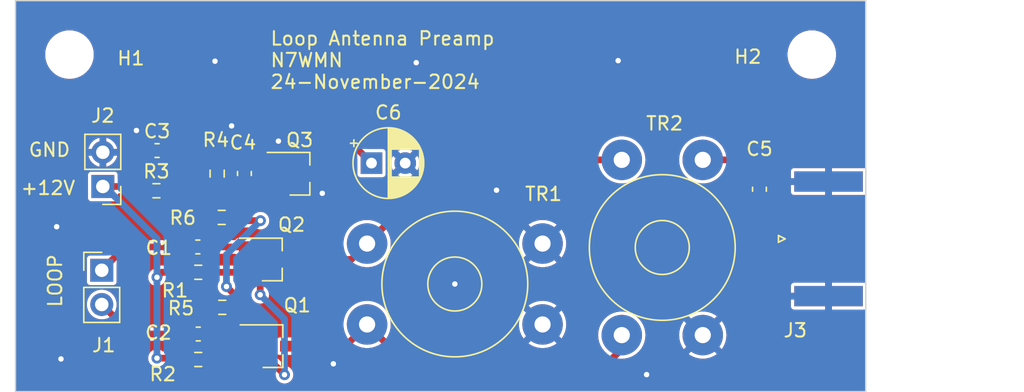
<source format=kicad_pcb>
(kicad_pcb (version 20221018) (generator pcbnew)
  (layers (0 "F.Cu" signal) (31 "B.Cu" signal) (34 "B.Paste" user) (35 "F.Paste" user) (36 "B.SilkS" user "B.Silkscreen") (37 "F.SilkS" user "F.Silkscreen") (38 "B.Mask" user) (39 "F.Mask" user) (44 "Edge.Cuts" user))
  (net 0 "")
  (net 1 "Net-(J1-Pin_1)")
  (net 2 "Net-(Q2-B)")
  (net 3 "Net-(Q1-B)")
  (net 4 "Net-(J1-Pin_2)")
  (net 5 "GND")
  (net 6 "Net-(J2-Pin_1)")
  (net 7 "Net-(Q3-E)")
  (net 8 "Net-(C5-Pad1)")
  (net 9 "Net-(J3-In)")
  (net 10 "Net-(Q1-E)")
  (net 11 "Net-(Q1-C)")
  (net 12 "Net-(Q2-C)")
  (footprint "Connector_PinHeader_2.54mm:PinHeader_1x02_P2.54mm_Vertical" (layer "F.Cu") (at 93.98 125.78)
    (fp_text reference "J1" (at 0.15 5.56) (layer "F.SilkS"))
    (fp_text value "Conn_01x02")
    (fp_line (start -1.33 -1.33) (end 0 -1.33) (stroke (width 0.12)) (layer "F.SilkS"))
    (fp_line (start -1.33 0) (end -1.33 -1.33) (stroke (width 0.12)) (layer "F.SilkS"))
    (fp_line (start -1.33 1.27) (end -1.33 3.87) (stroke (width 0.12)) (layer "F.SilkS"))
    (fp_line (start -1.33 1.27) (end 1.33 1.27) (stroke (width 0.12)) (layer "F.SilkS"))
    (fp_line (start -1.33 3.87) (end 1.33 3.87) (stroke (width 0.12)) (layer "F.SilkS"))
    (fp_line (start 1.33 1.27) (end 1.33 3.87) (stroke (width 0.12)) (layer "F.SilkS"))
    (pad "1" thru_hole rect (at 0 0) (size 1.7 1.7) (drill 1) (layers "*.Cu" "*.Mask") (net 1 "Net-(J1-Pin_1)"))
    (pad "2" thru_hole oval (at 0 2.54) (size 1.7 1.7) (drill 1) (layers "*.Cu" "*.Mask") (net 4 "Net-(J1-Pin_2)"))
  )
  (footprint "Capacitor_SMD:C_0603_1608Metric_Pad1.08x0.95mm_HandSolder" (layer "F.Cu") (at 104.55 118.6 -90)
    (fp_text reference "C4" (at -2.29 0.11 -180) (layer "F.SilkS"))
    (fp_text value "0.1uF")
    (fp_line (start -0.146267 -0.51) (end 0.146267 -0.51) (stroke (width 0.12)) (layer "F.SilkS"))
    (fp_line (start -0.146267 0.51) (end 0.146267 0.51) (stroke (width 0.12)) (layer "F.SilkS"))
    (pad "1" smd roundrect (at -0.8625 0 270) (size 1.075 0.95) (layers "F.Cu" "F.Paste" "F.Mask") (net 5 "GND"))
    (pad "2" smd roundrect (at 0.8625 0 270) (size 1.075 0.95) (layers "F.Cu" "F.Paste" "F.Mask") (net 7 "Net-(Q3-E)"))
  )
  (footprint "Transformer_THT:Transformer_Toroid_Horizontal_D10.5mm_Amidon-T37" (layer "F.Cu") (at 126.64 123.8 180)
    (fp_text reference "TR1" (at -0.07 3.68) (layer "F.SilkS"))
    (fp_text value "TRANSF1")
    (fp_circle (center 6.5 -3) (end 8.5 -2.9) (stroke (width 0.12)) (fill none) (layer "F.SilkS"))
    (fp_circle (center 6.5 -3) (end 11.9 -2.8) (stroke (width 0.12)) (fill none) (layer "F.SilkS"))
    (pad "1" thru_hole circle (at 0 0 180) (size 3 3) (drill 1.2) (layers "*.Cu" "*.Mask") (net 5 "GND"))
    (pad "2" thru_hole circle (at 13 0 180) (size 3 3) (drill 1.2) (layers "*.Cu" "*.Mask") (net 12 "Net-(Q2-C)"))
    (pad "3" thru_hole circle (at 0 -6 180) (size 3 3) (drill 1.2) (layers "*.Cu" "*.Mask") (net 5 "GND"))
    (pad "4" thru_hole circle (at 13 -6 180) (size 3 3) (drill 1.2) (layers "*.Cu" "*.Mask") (net 11 "Net-(Q1-C)"))
  )
  (footprint "Connector_Coaxial:SMA_Amphenol_132289_EdgeMount" (layer "F.Cu") (at 147.83 123.45)
    (fp_text reference "J3" (at -2.4675 6.79 180) (layer "F.SilkS"))
    (fp_text value "Conn_Coaxial")
    (fp_line (start -3.71 -0.25) (end -3.71 0.25) (stroke (width 0.12)) (layer "F.SilkS"))
    (fp_line (start -3.71 0.25) (end -3.21 0) (stroke (width 0.12)) (layer "F.SilkS"))
    (fp_line (start -3.21 0) (end -3.71 -0.25) (stroke (width 0.12)) (layer "F.SilkS"))
    (pad "1" smd rect (at 0 0 90) (size 1.5 5.08) (layers "F.Cu" "F.Paste" "F.Mask") (net 9 "Net-(J3-In)"))
    (pad "2" smd rect (at 0 -4.25 90) (size 1.5 5.08) (layers "F.Cu" "F.Paste" "F.Mask") (net 5 "GND"))
    (pad "2" smd rect (at 0 -4.25 90) (size 1.5 5.08) (layers "B.Cu" "B.Paste" "B.Mask") (net 5 "GND"))
    (pad "2" smd rect (at 0 4.25 90) (size 1.5 5.08) (layers "F.Cu" "F.Paste" "F.Mask") (net 5 "GND"))
    (pad "2" smd rect (at 0 4.25 90) (size 1.5 5.08) (layers "B.Cu" "B.Paste" "B.Mask") (net 5 "GND"))
  )
  (footprint "Resistor_SMD:R_0603_1608Metric_Pad0.98x0.95mm_HandSolder" (layer "F.Cu") (at 102.53 118.61 90)
    (fp_text reference "R4" (at 2.5 -0.1 180) (layer "F.SilkS"))
    (fp_text value "10k")
    (fp_line (start -0.254724 -0.5225) (end 0.254724 -0.5225) (stroke (width 0.12)) (layer "F.SilkS"))
    (fp_line (start -0.254724 0.5225) (end 0.254724 0.5225) (stroke (width 0.12)) (layer "F.SilkS"))
    (pad "1" smd roundrect (at -0.9125 0 90) (size 0.975 0.95) (layers "F.Cu" "F.Paste" "F.Mask") (net 7 "Net-(Q3-E)"))
    (pad "2" smd roundrect (at 0.9125 0 90) (size 0.975 0.95) (layers "F.Cu" "F.Paste" "F.Mask") (net 5 "GND"))
  )
  (footprint "Resistor_SMD:R_0603_1608Metric_Pad0.98x0.95mm_HandSolder" (layer "F.Cu") (at 98.03 119.88)
    (fp_text reference "R3" (at 0 -1.43) (layer "F.SilkS"))
    (fp_text value "10k")
    (fp_line (start -0.254724 -0.5225) (end 0.254724 -0.5225) (stroke (width 0.12)) (layer "F.SilkS"))
    (fp_line (start -0.254724 0.5225) (end 0.254724 0.5225) (stroke (width 0.12)) (layer "F.SilkS"))
    (pad "1" smd roundrect (at -0.9125 0) (size 0.975 0.95) (layers "F.Cu" "F.Paste" "F.Mask") (net 6 "Net-(J2-Pin_1)"))
    (pad "2" smd roundrect (at 0.9125 0) (size 0.975 0.95) (layers "F.Cu" "F.Paste" "F.Mask") (net 7 "Net-(Q3-E)"))
  )
  (footprint "Capacitor_THT:CP_Radial_D5.0mm_P2.50mm" (layer "F.Cu") (at 113.964888 117.83)
    (fp_text reference "C6" (at 1.25 -3.75) (layer "F.SilkS"))
    (fp_text value "47uF")
    (fp_line (start -1.554775 -1.475) (end -1.054775 -1.475) (stroke (width 0.12)) (layer "F.SilkS"))
    (fp_line (start -1.304775 -1.725) (end -1.304775 -1.225) (stroke (width 0.12)) (layer "F.SilkS"))
    (fp_line (start 1.25 -2.58) (end 1.25 2.58) (stroke (width 0.12)) (layer "F.SilkS"))
    (fp_line (start 1.29 -2.58) (end 1.29 2.58) (stroke (width 0.12)) (layer "F.SilkS"))
    (fp_line (start 1.33 -2.579) (end 1.33 2.579) (stroke (width 0.12)) (layer "F.SilkS"))
    (fp_line (start 1.37 -2.578) (end 1.37 2.578) (stroke (width 0.12)) (layer "F.SilkS"))
    (fp_line (start 1.41 -2.576) (end 1.41 2.576) (stroke (width 0.12)) (layer "F.SilkS"))
    (fp_line (start 1.45 -2.573) (end 1.45 2.573) (stroke (width 0.12)) (layer "F.SilkS"))
    (fp_line (start 1.49 -2.569) (end 1.49 -1.04) (stroke (width 0.12)) (layer "F.SilkS"))
    (fp_line (start 1.49 1.04) (end 1.49 2.569) (stroke (width 0.12)) (layer "F.SilkS"))
    (fp_line (start 1.53 -2.565) (end 1.53 -1.04) (stroke (width 0.12)) (layer "F.SilkS"))
    (fp_line (start 1.53 1.04) (end 1.53 2.565) (stroke (width 0.12)) (layer "F.SilkS"))
    (fp_line (start 1.57 -2.561) (end 1.57 -1.04) (stroke (width 0.12)) (layer "F.SilkS"))
    (fp_line (start 1.57 1.04) (end 1.57 2.561) (stroke (width 0.12)) (layer "F.SilkS"))
    (fp_line (start 1.61 -2.556) (end 1.61 -1.04) (stroke (width 0.12)) (layer "F.SilkS"))
    (fp_line (start 1.61 1.04) (end 1.61 2.556) (stroke (width 0.12)) (layer "F.SilkS"))
    (fp_line (start 1.65 -2.55) (end 1.65 -1.04) (stroke (width 0.12)) (layer "F.SilkS"))
    (fp_line (start 1.65 1.04) (end 1.65 2.55) (stroke (width 0.12)) (layer "F.SilkS"))
    (fp_line (start 1.69 -2.543) (end 1.69 -1.04) (stroke (width 0.12)) (layer "F.SilkS"))
    (fp_line (start 1.69 1.04) (end 1.69 2.543) (stroke (width 0.12)) (layer "F.SilkS"))
    (fp_line (start 1.73 -2.536) (end 1.73 -1.04) (stroke (width 0.12)) (layer "F.SilkS"))
    (fp_line (start 1.73 1.04) (end 1.73 2.536) (stroke (width 0.12)) (layer "F.SilkS"))
    (fp_line (start 1.77 -2.528) (end 1.77 -1.04) (stroke (width 0.12)) (layer "F.SilkS"))
    (fp_line (start 1.77 1.04) (end 1.77 2.528) (stroke (width 0.12)) (layer "F.SilkS"))
    (fp_line (start 1.81 -2.52) (end 1.81 -1.04) (stroke (width 0.12)) (layer "F.SilkS"))
    (fp_line (start 1.81 1.04) (end 1.81 2.52) (stroke (width 0.12)) (layer "F.SilkS"))
    (fp_line (start 1.85 -2.511) (end 1.85 -1.04) (stroke (width 0.12)) (layer "F.SilkS"))
    (fp_line (start 1.85 1.04) (end 1.85 2.511) (stroke (width 0.12)) (layer "F.SilkS"))
    (fp_line (start 1.89 -2.501) (end 1.89 -1.04) (stroke (width 0.12)) (layer "F.SilkS"))
    (fp_line (start 1.89 1.04) (end 1.89 2.501) (stroke (width 0.12)) (layer "F.SilkS"))
    (fp_line (start 1.93 -2.491) (end 1.93 -1.04) (stroke (width 0.12)) (layer "F.SilkS"))
    (fp_line (start 1.93 1.04) (end 1.93 2.491) (stroke (width 0.12)) (layer "F.SilkS"))
    (fp_line (start 1.971 -2.48) (end 1.971 -1.04) (stroke (width 0.12)) (layer "F.SilkS"))
    (fp_line (start 1.971 1.04) (end 1.971 2.48) (stroke (width 0.12)) (layer "F.SilkS"))
    (fp_line (start 2.011 -2.468) (end 2.011 -1.04) (stroke (width 0.12)) (layer "F.SilkS"))
    (fp_line (start 2.011 1.04) (end 2.011 2.468) (stroke (width 0.12)) (layer "F.SilkS"))
    (fp_line (start 2.051 -2.455) (end 2.051 -1.04) (stroke (width 0.12)) (layer "F.SilkS"))
    (fp_line (start 2.051 1.04) (end 2.051 2.455) (stroke (width 0.12)) (layer "F.SilkS"))
    (fp_line (start 2.091 -2.442) (end 2.091 -1.04) (stroke (width 0.12)) (layer "F.SilkS"))
    (fp_line (start 2.091 1.04) (end 2.091 2.442) (stroke (width 0.12)) (layer "F.SilkS"))
    (fp_line (start 2.131 -2.428) (end 2.131 -1.04) (stroke (width 0.12)) (layer "F.SilkS"))
    (fp_line (start 2.131 1.04) (end 2.131 2.428) (stroke (width 0.12)) (layer "F.SilkS"))
    (fp_line (start 2.171 -2.414) (end 2.171 -1.04) (stroke (width 0.12)) (layer "F.SilkS"))
    (fp_line (start 2.171 1.04) (end 2.171 2.414) (stroke (width 0.12)) (layer "F.SilkS"))
    (fp_line (start 2.211 -2.398) (end 2.211 -1.04) (stroke (width 0.12)) (layer "F.SilkS"))
    (fp_line (start 2.211 1.04) (end 2.211 2.398) (stroke (width 0.12)) (layer "F.SilkS"))
    (fp_line (start 2.251 -2.382) (end 2.251 -1.04) (stroke (width 0.12)) (layer "F.SilkS"))
    (fp_line (start 2.251 1.04) (end 2.251 2.382) (stroke (width 0.12)) (layer "F.SilkS"))
    (fp_line (start 2.291 -2.365) (end 2.291 -1.04) (stroke (width 0.12)) (layer "F.SilkS"))
    (fp_line (start 2.291 1.04) (end 2.291 2.365) (stroke (width 0.12)) (layer "F.SilkS"))
    (fp_line (start 2.331 -2.348) (end 2.331 -1.04) (stroke (width 0.12)) (layer "F.SilkS"))
    (fp_line (start 2.331 1.04) (end 2.331 2.348) (stroke (width 0.12)) (layer "F.SilkS"))
    (fp_line (start 2.371 -2.329) (end 2.371 -1.04) (stroke (width 0.12)) (layer "F.SilkS"))
    (fp_line (start 2.371 1.04) (end 2.371 2.329) (stroke (width 0.12)) (layer "F.SilkS"))
    (fp_line (start 2.411 -2.31) (end 2.411 -1.04) (stroke (width 0.12)) (layer "F.SilkS"))
    (fp_line (start 2.411 1.04) (end 2.411 2.31) (stroke (width 0.12)) (layer "F.SilkS"))
    (fp_line (start 2.451 -2.29) (end 2.451 -1.04) (stroke (width 0.12)) (layer "F.SilkS"))
    (fp_line (start 2.451 1.04) (end 2.451 2.29) (stroke (width 0.12)) (layer "F.SilkS"))
    (fp_line (start 2.491 -2.268) (end 2.491 -1.04) (stroke (width 0.12)) (layer "F.SilkS"))
    (fp_line (start 2.491 1.04) (end 2.491 2.268) (stroke (width 0.12)) (layer "F.SilkS"))
    (fp_line (start 2.531 -2.247) (end 2.531 -1.04) (stroke (width 0.12)) (layer "F.SilkS"))
    (fp_line (start 2.531 1.04) (end 2.531 2.247) (stroke (width 0.12)) (layer "F.SilkS"))
    (fp_line (start 2.571 -2.224) (end 2.571 -1.04) (stroke (width 0.12)) (layer "F.SilkS"))
    (fp_line (start 2.571 1.04) (end 2.571 2.224) (stroke (width 0.12)) (layer "F.SilkS"))
    (fp_line (start 2.611 -2.2) (end 2.611 -1.04) (stroke (width 0.12)) (layer "F.SilkS"))
    (fp_line (start 2.611 1.04) (end 2.611 2.2) (stroke (width 0.12)) (layer "F.SilkS"))
    (fp_line (start 2.651 -2.175) (end 2.651 -1.04) (stroke (width 0.12)) (layer "F.SilkS"))
    (fp_line (start 2.651 1.04) (end 2.651 2.175) (stroke (width 0.12)) (layer "F.SilkS"))
    (fp_line (start 2.691 -2.149) (end 2.691 -1.04) (stroke (width 0.12)) (layer "F.SilkS"))
    (fp_line (start 2.691 1.04) (end 2.691 2.149) (stroke (width 0.12)) (layer "F.SilkS"))
    (fp_line (start 2.731 -2.122) (end 2.731 -1.04) (stroke (width 0.12)) (layer "F.SilkS"))
    (fp_line (start 2.731 1.04) (end 2.731 2.122) (stroke (width 0.12)) (layer "F.SilkS"))
    (fp_line (start 2.771 -2.095) (end 2.771 -1.04) (stroke (width 0.12)) (layer "F.SilkS"))
    (fp_line (start 2.771 1.04) (end 2.771 2.095) (stroke (width 0.12)) (layer "F.SilkS"))
    (fp_line (start 2.811 -2.065) (end 2.811 -1.04) (stroke (width 0.12)) (layer "F.SilkS"))
    (fp_line (start 2.811 1.04) (end 2.811 2.065) (stroke (width 0.12)) (layer "F.SilkS"))
    (fp_line (start 2.851 -2.035) (end 2.851 -1.04) (stroke (width 0.12)) (layer "F.SilkS"))
    (fp_line (start 2.851 1.04) (end 2.851 2.035) (stroke (width 0.12)) (layer "F.SilkS"))
    (fp_line (start 2.891 -2.004) (end 2.891 -1.04) (stroke (width 0.12)) (layer "F.SilkS"))
    (fp_line (start 2.891 1.04) (end 2.891 2.004) (stroke (width 0.12)) (layer "F.SilkS"))
    (fp_line (start 2.931 -1.971) (end 2.931 -1.04) (stroke (width 0.12)) (layer "F.SilkS"))
    (fp_line (start 2.931 1.04) (end 2.931 1.971) (stroke (width 0.12)) (layer "F.SilkS"))
    (fp_line (start 2.971 -1.937) (end 2.971 -1.04) (stroke (width 0.12)) (layer "F.SilkS"))
    (fp_line (start 2.971 1.04) (end 2.971 1.937) (stroke (width 0.12)) (layer "F.SilkS"))
    (fp_line (start 3.011 -1.901) (end 3.011 -1.04) (stroke (width 0.12)) (layer "F.SilkS"))
    (fp_line (start 3.011 1.04) (end 3.011 1.901) (stroke (width 0.12)) (layer "F.SilkS"))
    (fp_line (start 3.051 -1.864) (end 3.051 -1.04) (stroke (width 0.12)) (layer "F.SilkS"))
    (fp_line (start 3.051 1.04) (end 3.051 1.864) (stroke (width 0.12)) (layer "F.SilkS"))
    (fp_line (start 3.091 -1.826) (end 3.091 -1.04) (stroke (width 0.12)) (layer "F.SilkS"))
    (fp_line (start 3.091 1.04) (end 3.091 1.826) (stroke (width 0.12)) (layer "F.SilkS"))
    (fp_line (start 3.131 -1.785) (end 3.131 -1.04) (stroke (width 0.12)) (layer "F.SilkS"))
    (fp_line (start 3.131 1.04) (end 3.131 1.785) (stroke (width 0.12)) (layer "F.SilkS"))
    (fp_line (start 3.171 -1.743) (end 3.171 -1.04) (stroke (width 0.12)) (layer "F.SilkS"))
    (fp_line (start 3.171 1.04) (end 3.171 1.743) (stroke (width 0.12)) (layer "F.SilkS"))
    (fp_line (start 3.211 -1.699) (end 3.211 -1.04) (stroke (width 0.12)) (layer "F.SilkS"))
    (fp_line (start 3.211 1.04) (end 3.211 1.699) (stroke (width 0.12)) (layer "F.SilkS"))
    (fp_line (start 3.251 -1.653) (end 3.251 -1.04) (stroke (width 0.12)) (layer "F.SilkS"))
    (fp_line (start 3.251 1.04) (end 3.251 1.653) (stroke (width 0.12)) (layer "F.SilkS"))
    (fp_line (start 3.291 -1.605) (end 3.291 -1.04) (stroke (width 0.12)) (layer "F.SilkS"))
    (fp_line (start 3.291 1.04) (end 3.291 1.605) (stroke (width 0.12)) (layer "F.SilkS"))
    (fp_line (start 3.331 -1.554) (end 3.331 -1.04) (stroke (width 0.12)) (layer "F.SilkS"))
    (fp_line (start 3.331 1.04) (end 3.331 1.554) (stroke (width 0.12)) (layer "F.SilkS"))
    (fp_line (start 3.371 -1.5) (end 3.371 -1.04) (stroke (width 0.12)) (layer "F.SilkS"))
    (fp_line (start 3.371 1.04) (end 3.371 1.5) (stroke (width 0.12)) (layer "F.SilkS"))
    (fp_line (start 3.411 -1.443) (end 3.411 -1.04) (stroke (width 0.12)) (layer "F.SilkS"))
    (fp_line (start 3.411 1.04) (end 3.411 1.443) (stroke (width 0.12)) (layer "F.SilkS"))
    (fp_line (start 3.451 -1.383) (end 3.451 -1.04) (stroke (width 0.12)) (layer "F.SilkS"))
    (fp_line (start 3.451 1.04) (end 3.451 1.383) (stroke (width 0.12)) (layer "F.SilkS"))
    (fp_line (start 3.491 -1.319) (end 3.491 -1.04) (stroke (width 0.12)) (layer "F.SilkS"))
    (fp_line (start 3.491 1.04) (end 3.491 1.319) (stroke (width 0.12)) (layer "F.SilkS"))
    (fp_line (start 3.531 -1.251) (end 3.531 -1.04) (stroke (width 0.12)) (layer "F.SilkS"))
    (fp_line (start 3.531 1.04) (end 3.531 1.251) (stroke (width 0.12)) (layer "F.SilkS"))
    (fp_line (start 3.571 -1.178) (end 3.571 1.178) (stroke (width 0.12)) (layer "F.SilkS"))
    (fp_line (start 3.611 -1.098) (end 3.611 1.098) (stroke (width 0.12)) (layer "F.SilkS"))
    (fp_line (start 3.651 -1.011) (end 3.651 1.011) (stroke (width 0.12)) (layer "F.SilkS"))
    (fp_line (start 3.691 -0.915) (end 3.691 0.915) (stroke (width 0.12)) (layer "F.SilkS"))
    (fp_line (start 3.731 -0.805) (end 3.731 0.805) (stroke (width 0.12)) (layer "F.SilkS"))
    (fp_line (start 3.771 -0.677) (end 3.771 0.677) (stroke (width 0.12)) (layer "F.SilkS"))
    (fp_line (start 3.811 -0.518) (end 3.811 0.518) (stroke (width 0.12)) (layer "F.SilkS"))
    (fp_line (start 3.851 -0.284) (end 3.851 0.284) (stroke (width 0.12)) (layer "F.SilkS"))
    (fp_circle (center 1.25 0) (end 3.87 0) (stroke (width 0.12)) (fill none) (layer "F.SilkS"))
    (pad "1" thru_hole rect (at 0 0) (size 1.6 1.6) (drill 0.8) (layers "*.Cu" "*.Mask") (net 6 "Net-(J2-Pin_1)"))
    (pad "2" thru_hole circle (at 2.5 0) (size 1.6 1.6) (drill 0.8) (layers "*.Cu" "*.Mask") (net 5 "GND"))
  )
  (footprint "Package_TO_SOT_SMD:SOT-23_Handsoldering" (layer "F.Cu") (at 108.64 118.62)
    (fp_text reference "Q3" (at 0 -2.5) (layer "F.SilkS"))
    (fp_text value "MMBT3906")
    (fp_line (start 0.76 -1.58) (end -2.4 -1.58) (stroke (width 0.12)) (layer "F.SilkS"))
    (fp_line (start 0.76 -1.58) (end 0.76 -0.65) (stroke (width 0.12)) (layer "F.SilkS"))
    (fp_line (start 0.76 1.58) (end -0.7 1.58) (stroke (width 0.12)) (layer "F.SilkS"))
    (fp_line (start 0.76 1.58) (end 0.76 0.65) (stroke (width 0.12)) (layer "F.SilkS"))
    (pad "1" smd rect (at -1.5 -0.95) (size 1.9 0.8) (layers "F.Cu" "F.Paste" "F.Mask") (net 5 "GND"))
    (pad "2" smd rect (at -1.5 0.95) (size 1.9 0.8) (layers "F.Cu" "F.Paste" "F.Mask") (net 7 "Net-(Q3-E)"))
    (pad "3" smd rect (at 1.5 0) (size 1.9 0.8) (layers "F.Cu" "F.Paste" "F.Mask") (net 5 "GND"))
  )
  (footprint "MountingHole:MountingHole_3.2mm_M3_DIN965" (layer "F.Cu") (at 91.59 109.78)
    (fp_text reference "H1" (at 4.55 0.28) (layer "F.SilkS"))
    (fp_text value "MountingHole")
    (pad "" np_thru_hole circle (at 0 0) (size 3.2 3.2) (drill 3.2) (layers "*.Cu" "*.Mask"))
  )
  (footprint "Resistor_SMD:R_0603_1608Metric_Pad0.98x0.95mm_HandSolder" (layer "F.Cu") (at 102.87 121.86)
    (fp_text reference "R6" (at -2.89 0.03) (layer "F.SilkS"))
    (fp_text value "1k")
    (fp_line (start -0.254724 -0.5225) (end 0.254724 -0.5225) (stroke (width 0.12)) (layer "F.SilkS"))
    (fp_line (start -0.254724 0.5225) (end 0.254724 0.5225) (stroke (width 0.12)) (layer "F.SilkS"))
    (pad "1" smd roundrect (at -0.9125 0) (size 0.975 0.95) (layers "F.Cu" "F.Paste" "F.Mask") (net 2 "Net-(Q2-B)"))
    (pad "2" smd roundrect (at 0.9125 0) (size 0.975 0.95) (layers "F.Cu" "F.Paste" "F.Mask") (net 7 "Net-(Q3-E)"))
  )
  (footprint "Resistor_SMD:R_0603_1608Metric_Pad0.98x0.95mm_HandSolder" (layer "F.Cu") (at 102.91 128.53)
    (fp_text reference "R5" (at -3.06 0.07) (layer "F.SilkS"))
    (fp_text value "1k")
    (fp_line (start -0.254724 -0.5225) (end 0.254724 -0.5225) (stroke (width 0.12)) (layer "F.SilkS"))
    (fp_line (start -0.254724 0.5225) (end 0.254724 0.5225) (stroke (width 0.12)) (layer "F.SilkS"))
    (pad "1" smd roundrect (at -0.9125 0) (size 0.975 0.95) (layers "F.Cu" "F.Paste" "F.Mask") (net 3 "Net-(Q1-B)"))
    (pad "2" smd roundrect (at 0.9125 0) (size 0.975 0.95) (layers "F.Cu" "F.Paste" "F.Mask") (net 7 "Net-(Q3-E)"))
  )
  (footprint "Resistor_SMD:R_0603_1608Metric_Pad0.98x0.95mm_HandSolder" (layer "F.Cu") (at 101.13 132.4)
    (fp_text reference "R2" (at -2.63 1.09) (layer "F.SilkS"))
    (fp_text value "1.1K")
    (fp_line (start -0.254724 -0.5225) (end 0.254724 -0.5225) (stroke (width 0.12)) (layer "F.SilkS"))
    (fp_line (start -0.254724 0.5225) (end 0.254724 0.5225) (stroke (width 0.12)) (layer "F.SilkS"))
    (pad "1" smd roundrect (at -0.9125 0) (size 0.975 0.95) (layers "F.Cu" "F.Paste" "F.Mask") (net 6 "Net-(J2-Pin_1)"))
    (pad "2" smd roundrect (at 0.9125 0) (size 0.975 0.95) (layers "F.Cu" "F.Paste" "F.Mask") (net 10 "Net-(Q1-E)"))
  )
  (footprint "Package_TO_SOT_SMD:SOT-23_Handsoldering" (layer "F.Cu") (at 106.64 131.41)
    (fp_text reference "Q1" (at 1.82 -3.03) (layer "F.SilkS"))
    (fp_text value "MMBT3906")
    (fp_line (start 0.76 -1.58) (end -2.4 -1.58) (stroke (width 0.12)) (layer "F.SilkS"))
    (fp_line (start 0.76 -1.58) (end 0.76 -0.65) (stroke (width 0.12)) (layer "F.SilkS"))
    (fp_line (start 0.76 1.58) (end -0.7 1.58) (stroke (width 0.12)) (layer "F.SilkS"))
    (fp_line (start 0.76 1.58) (end 0.76 0.65) (stroke (width 0.12)) (layer "F.SilkS"))
    (pad "1" smd rect (at -1.5 -0.95) (size 1.9 0.8) (layers "F.Cu" "F.Paste" "F.Mask") (net 3 "Net-(Q1-B)"))
    (pad "2" smd rect (at -1.5 0.95) (size 1.9 0.8) (layers "F.Cu" "F.Paste" "F.Mask") (net 10 "Net-(Q1-E)"))
    (pad "3" smd rect (at 1.5 0) (size 1.9 0.8) (layers "F.Cu" "F.Paste" "F.Mask") (net 11 "Net-(Q1-C)"))
  )
  (footprint "Transformer_THT:Transformer_Toroid_Horizontal_D10.5mm_Amidon-T37" (layer "F.Cu") (at 138.51 130.59 90)
    (fp_text reference "TR2" (at 15.7 -2.83 180) (layer "F.SilkS"))
    (fp_text value "TRANSF1")
    (fp_circle (center 6.5 -3) (end 8.5 -2.9) (stroke (width 0.12)) (fill none) (layer "F.SilkS"))
    (fp_circle (center 6.5 -3) (end 11.9 -2.8) (stroke (width 0.12)) (fill none) (layer "F.SilkS"))
    (pad "1" thru_hole circle (at 0 0 90) (size 3 3) (drill 1.2) (layers "*.Cu" "*.Mask") (net 5 "GND"))
    (pad "2" thru_hole circle (at 13 0 90) (size 3 3) (drill 1.2) (layers "*.Cu" "*.Mask") (net 8 "Net-(C5-Pad1)"))
    (pad "3" thru_hole circle (at 0 -6 90) (size 3 3) (drill 1.2) (layers "*.Cu" "*.Mask") (net 11 "Net-(Q1-C)"))
    (pad "4" thru_hole circle (at 13 -6 90) (size 3 3) (drill 1.2) (layers "*.Cu" "*.Mask") (net 12 "Net-(Q2-C)"))
  )
  (footprint "Capacitor_SMD:C_0603_1608Metric_Pad1.08x0.95mm_HandSolder" (layer "F.Cu") (at 98.08 116.9)
    (fp_text reference "C3" (at 0 -1.43) (layer "F.SilkS"))
    (fp_text value "0.1uF")
    (fp_line (start -0.146267 -0.51) (end 0.146267 -0.51) (stroke (width 0.12)) (layer "F.SilkS"))
    (fp_line (start -0.146267 0.51) (end 0.146267 0.51) (stroke (width 0.12)) (layer "F.SilkS"))
    (pad "1" smd roundrect (at -0.8625 0) (size 1.075 0.95) (layers "F.Cu" "F.Paste" "F.Mask") (net 5 "GND"))
    (pad "2" smd roundrect (at 0.8625 0) (size 1.075 0.95) (layers "F.Cu" "F.Paste" "F.Mask") (net 6 "Net-(J2-Pin_1)"))
  )
  (footprint "Resistor_SMD:R_0603_1608Metric_Pad0.98x0.95mm_HandSolder" (layer "F.Cu") (at 101.13 125.93)
    (fp_text reference "R1" (at -1.73 1.35) (layer "F.SilkS"))
    (fp_text value "1.1K")
    (fp_line (start -0.254724 -0.5225) (end 0.254724 -0.5225) (stroke (width 0.12)) (layer "F.SilkS"))
    (fp_line (start -0.254724 0.5225) (end 0.254724 0.5225) (stroke (width 0.12)) (layer "F.SilkS"))
    (pad "1" smd roundrect (at -0.9125 0) (size 0.975 0.95) (layers "F.Cu" "F.Paste" "F.Mask") (net 6 "Net-(J2-Pin_1)"))
    (pad "2" smd roundrect (at 0.9125 0) (size 0.975 0.95) (layers "F.Cu" "F.Paste" "F.Mask") (net 10 "Net-(Q1-E)"))
  )
  (footprint "MountingHole:MountingHole_3.2mm_M3_DIN965" (layer "F.Cu") (at 146.59 109.78)
    (fp_text reference "H2" (at -4.74 0.16) (layer "F.SilkS"))
    (fp_text value "MountingHole")
    (pad "" np_thru_hole circle (at 0 0) (size 3.2 3.2) (drill 3.2) (layers "*.Cu" "*.Mask"))
  )
  (footprint "Capacitor_SMD:C_0603_1608Metric_Pad1.08x0.95mm_HandSolder" (layer "F.Cu") (at 101.1 124.05)
    (fp_text reference "C1" (at -2.89 0.07) (layer "F.SilkS"))
    (fp_text value "0.1uF")
    (fp_line (start -0.146267 -0.51) (end 0.146267 -0.51) (stroke (width 0.12)) (layer "F.SilkS"))
    (fp_line (start -0.146267 0.51) (end 0.146267 0.51) (stroke (width 0.12)) (layer "F.SilkS"))
    (pad "1" smd roundrect (at -0.8625 0) (size 1.075 0.95) (layers "F.Cu" "F.Paste" "F.Mask") (net 1 "Net-(J1-Pin_1)"))
    (pad "2" smd roundrect (at 0.8625 0) (size 1.075 0.95) (layers "F.Cu" "F.Paste" "F.Mask") (net 2 "Net-(Q2-B)"))
  )
  (footprint "Capacitor_SMD:C_0603_1608Metric_Pad1.08x0.95mm_HandSolder" (layer "F.Cu") (at 101.13 130.51 180)
    (fp_text reference "C2" (at 2.95 0.1) (layer "F.SilkS"))
    (fp_text value "0.1uF")
    (fp_line (start -0.146267 -0.51) (end 0.146267 -0.51) (stroke (width 0.12)) (layer "F.SilkS"))
    (fp_line (start -0.146267 0.51) (end 0.146267 0.51) (stroke (width 0.12)) (layer "F.SilkS"))
    (pad "1" smd roundrect (at -0.8625 0 180) (size 1.075 0.95) (layers "F.Cu" "F.Paste" "F.Mask") (net 3 "Net-(Q1-B)"))
    (pad "2" smd roundrect (at 0.8625 0 180) (size 1.075 0.95) (layers "F.Cu" "F.Paste" "F.Mask") (net 4 "Net-(J1-Pin_2)"))
  )
  (footprint "Connector_PinHeader_2.54mm:PinHeader_1x02_P2.54mm_Vertical" (layer "F.Cu") (at 94.06 119.565 180)
    (fp_text reference "J2" (at 0 5.255) (layer "F.SilkS"))
    (fp_text value "Conn_01x02")
    (fp_line (start -1.33 -1.33) (end 0 -1.33) (stroke (width 0.12)) (layer "F.SilkS"))
    (fp_line (start -1.33 0) (end -1.33 -1.33) (stroke (width 0.12)) (layer "F.SilkS"))
    (fp_line (start -1.33 1.27) (end -1.33 3.87) (stroke (width 0.12)) (layer "F.SilkS"))
    (fp_line (start -1.33 1.27) (end 1.33 1.27) (stroke (width 0.12)) (layer "F.SilkS"))
    (fp_line (start -1.33 3.87) (end 1.33 3.87) (stroke (width 0.12)) (layer "F.SilkS"))
    (fp_line (start 1.33 1.27) (end 1.33 3.87) (stroke (width 0.12)) (layer "F.SilkS"))
    (pad "1" thru_hole rect (at 0 0 180) (size 1.7 1.7) (drill 1) (layers "*.Cu" "*.Mask") (net 6 "Net-(J2-Pin_1)"))
    (pad "2" thru_hole oval (at 0 2.54 180) (size 1.7 1.7) (drill 1) (layers "*.Cu" "*.Mask") (net 5 "GND"))
  )
  (footprint "Package_TO_SOT_SMD:SOT-23_Handsoldering" (layer "F.Cu") (at 106.59 124.98)
    (fp_text reference "Q2" (at 1.45 -2.58) (layer "F.SilkS"))
    (fp_text value "MMBT3906")
    (fp_line (start 0.76 -1.58) (end -2.4 -1.58) (stroke (width 0.12)) (layer "F.SilkS"))
    (fp_line (start 0.76 -1.58) (end 0.76 -0.65) (stroke (width 0.12)) (layer "F.SilkS"))
    (fp_line (start 0.76 1.58) (end -0.7 1.58) (stroke (width 0.12)) (layer "F.SilkS"))
    (fp_line (start 0.76 1.58) (end 0.76 0.65) (stroke (width 0.12)) (layer "F.SilkS"))
    (pad "1" smd rect (at -1.5 -0.95) (size 1.9 0.8) (layers "F.Cu" "F.Paste" "F.Mask") (net 2 "Net-(Q2-B)"))
    (pad "2" smd rect (at -1.5 0.95) (size 1.9 0.8) (layers "F.Cu" "F.Paste" "F.Mask") (net 10 "Net-(Q1-E)"))
    (pad "3" smd rect (at 1.5 0) (size 1.9 0.8) (layers "F.Cu" "F.Paste" "F.Mask") (net 12 "Net-(Q2-C)"))
  )
  (footprint "Capacitor_SMD:C_0603_1608Metric_Pad1.08x0.95mm_HandSolder" (layer "F.Cu") (at 142.71 119.77 -90)
    (fp_text reference "C5" (at -2.99 0 -180) (layer "F.SilkS"))
    (fp_text value "0.1uF")
    (fp_line (start -0.146267 -0.51) (end 0.146267 -0.51) (stroke (width 0.12)) (layer "F.SilkS"))
    (fp_line (start -0.146267 0.51) (end 0.146267 0.51) (stroke (width 0.12)) (layer "F.SilkS"))
    (pad "1" smd roundrect (at -0.8625 0 270) (size 1.075 0.95) (layers "F.Cu" "F.Paste" "F.Mask") (net 8 "Net-(C5-Pad1)"))
    (pad "2" smd roundrect (at 0.8625 0 270) (size 1.075 0.95) (layers "F.Cu" "F.Paste" "F.Mask") (net 9 "Net-(J3-In)"))
  )
  (gr_rect (start 87.59 105.78) (end 150.59 134.78) (stroke (width 0.1)) (fill none) (layer "Edge.Cuts"))
  (gr_text "GND" (at 88.48 117.43) (layer "F.SilkS") (effects (font (size 1 1)) (justify left bottom)))
  (gr_text "LOOP" (at 91.11 128.61 90) (layer "F.SilkS") (effects (font (size 1 1)) (justify left bottom)))
  (gr_text "Loop Antenna Preamp\nN7WMN\n24-November-2024" (at 106.4 112.39) (layer "F.SilkS") (effects (font (size 1 1)) (justify left bottom)))
  (gr_text "+12V" (at 87.9 120.26) (layer "F.SilkS") (effects (font (size 1 1)) (justify left bottom)))
  (segment (start 100.2375 124.05) (end 95.71 124.05) (width 0.5) (layer "F.Cu") (net 1))
  (segment (start 95.71 124.05) (end 93.98 125.78) (width 0.5) (layer "F.Cu") (net 1))
  (segment (start 101.9575 121.86) (end 101.9575 124.045) (width 0.5) (layer "F.Cu") (net 2))
  (segment (start 105.07 124.05) (end 105.09 124.03) (width 0.5) (layer "F.Cu") (net 2))
  (segment (start 101.9625 124.05) (end 105.07 124.05) (width 0.5) (layer "F.Cu") (net 2))
  (segment (start 101.9575 124.045) (end 101.9625 124.05) (width 0.5) (layer "F.Cu") (net 2))
  (segment (start 101.9975 130.505) (end 101.9925 130.51) (width 0.5) (layer "F.Cu") (net 3))
  (segment (start 105.09 130.51) (end 105.14 130.46) (width 0.5) (layer "F.Cu") (net 3))
  (segment (start 101.9975 128.53) (end 101.9975 130.505) (width 0.5) (layer "F.Cu") (net 3))
  (segment (start 101.9925 130.51) (end 105.09 130.51) (width 0.5) (layer "F.Cu") (net 3))
  (segment (start 93.98 128.32) (end 96.17 130.51) (width 0.5) (layer "F.Cu") (net 4))
  (segment (start 96.17 130.51) (end 100.2675 130.51) (width 0.5) (layer "F.Cu") (net 4))
  (via (at 117.28 110.38) (size 0.8) (drill 0.4) (layers "F.Cu" "B.Cu") (net 5))
  (via (at 123.23 119.84) (size 0.8) (drill 0.4) (layers "F.Cu" "B.Cu") (net 5))
  (via (at 103.6 115.07) (size 0.8) (drill 0.4) (layers "F.Cu" "B.Cu") (net 5))
  (via (at 111.14 132.72) (size 0.8) (drill 0.4) (layers "F.Cu" "B.Cu") (net 5))
  (via (at 134.35 133.52) (size 0.8) (drill 0.4) (layers "F.Cu" "B.Cu") (net 5))
  (via (at 90.96 132.36) (size 0.8) (drill 0.4) (layers "F.Cu" "B.Cu") (net 5))
  (via (at 107.07 116.2) (size 0.8) (drill 0.4) (layers "F.Cu" "B.Cu") (net 5))
  (via (at 110.32 120.07) (size 0.8) (drill 0.4) (layers "F.Cu" "B.Cu") (net 5))
  (via (at 132.24 110.23) (size 0.8) (drill 0.4) (layers "F.Cu" "B.Cu") (net 5))
  (via (at 96.55 115.41) (size 0.8) (drill 0.4) (layers "F.Cu" "B.Cu") (net 5))
  (via (at 102.37 110.27) (size 0.8) (drill 0.4) (layers "F.Cu" "B.Cu") (net 5))
  (via (at 120.14 126.8) (size 0.8) (drill 0.4) (layers "F.Cu" "B.Cu") (net 5))
  (via (at 90.64 122.55) (size 0.8) (drill 0.4) (layers "F.Cu" "B.Cu") (net 5))
  (segment (start 100.2175 125.93) (end 98.44 125.93) (width 0.5) (layer "F.Cu") (net 6))
  (segment (start 97.1175 118.725) (end 98.9425 116.9) (width 0.5) (layer "F.Cu") (net 6))
  (segment (start 96.8025 119.565) (end 97.1175 119.88) (width 0.5) (layer "F.Cu") (net 6))
  (segment (start 97.1175 119.88) (end 97.1175 118.725) (width 0.5) (layer "F.Cu") (net 6))
  (segment (start 98.9425 115.5975) (end 100.91 113.63) (width 0.5) (layer "F.Cu") (net 6))
  (segment (start 94.06 119.565) (end 96.8025 119.565) (width 0.5) (layer "F.Cu") (net 6))
  (segment (start 109.764888 113.63) (end 113.964888 117.83) (width 0.5) (layer "F.Cu") (net 6))
  (segment (start 100.91 113.63) (end 109.764888 113.63) (width 0.5) (layer "F.Cu") (net 6))
  (segment (start 100.1175 132.3) (end 100.2175 132.4) (width 0.5) (layer "F.Cu") (net 6))
  (segment (start 98.07 132.3) (end 100.1175 132.3) (width 0.5) (layer "F.Cu") (net 6))
  (segment (start 98.44 125.93) (end 98.07 126.3) (width 0.5) (layer "F.Cu") (net 6))
  (segment (start 98.9425 116.9) (end 98.9425 115.5975) (width 0.5) (layer "F.Cu") (net 6))
  (via (at 98.07 132.3) (size 0.8) (drill 0.4) (layers "F.Cu" "B.Cu") (net 6))
  (via (at 98.07 126.3) (size 0.8) (drill 0.4) (layers "F.Cu" "B.Cu") (net 6))
  (segment (start 98.07 126.3) (end 98.07 132.3) (width 0.5) (layer "B.Cu") (net 6))
  (segment (start 94.06 119.565) (end 94.195 119.565) (width 0.5) (layer "B.Cu") (net 6))
  (segment (start 94.195 119.565) (end 97.51 122.88) (width 0.5) (layer "B.Cu") (net 6))
  (segment (start 97.51 122.88) (end 98.07 123.44) (width 0.5) (layer "B.Cu") (net 6))
  (segment (start 98.07 123.44) (end 98.07 126.3) (width 0.5) (layer "B.Cu") (net 6))
  (segment (start 103.7825 120.23) (end 104.55 119.4625) (width 0.5) (layer "F.Cu") (net 7))
  (segment (start 104.55 119.4625) (end 102.59 119.4625) (width 0.5) (layer "F.Cu") (net 7))
  (segment (start 103.7825 121.86) (end 103.7825 120.23) (width 0.5) (layer "F.Cu") (net 7))
  (segment (start 102.1725 119.88) (end 102.53 119.5225) (width 0.5) (layer "F.Cu") (net 7))
  (segment (start 103.8225 128.53) (end 103.8225 127.5925) (width 0.5) (layer "F.Cu") (net 7))
  (segment (start 103.8225 127.5925) (end 103.22 126.99) (width 0.5) (layer "F.Cu") (net 7))
  (segment (start 107.14 119.57) (end 104.6575 119.57) (width 0.5) (layer "F.Cu") (net 7))
  (segment (start 105.74 122.1) (end 104.0225 122.1) (width 0.5) (layer "F.Cu") (net 7))
  (segment (start 98.9425 119.88) (end 102.1725 119.88) (width 0.5) (layer "F.Cu") (net 7))
  (segment (start 104.6575 119.57) (end 104.55 119.4625) (width 0.5) (layer "F.Cu") (net 7))
  (segment (start 102.59 119.4625) (end 102.53 119.5225) (width 0.5) (layer "F.Cu") (net 7))
  (segment (start 104.0225 122.1) (end 103.7825 121.86) (width 0.5) (layer "F.Cu") (net 7))
  (via (at 103.22 126.99) (size 0.8) (drill 0.4) (layers "F.Cu" "B.Cu") (net 7))
  (via (at 105.74 122.1) (size 0.8) (drill 0.4) (layers "F.Cu" "B.Cu") (net 7))
  (segment (start 103.22 126.99) (end 103.22 124.62) (width 0.5) (layer "B.Cu") (net 7))
  (segment (start 103.22 124.62) (end 105.74 122.1) (width 0.5) (layer "B.Cu") (net 7))
  (segment (start 138.51 117.59) (end 141.3925 117.59) (width 0.5) (layer "F.Cu") (net 8))
  (segment (start 141.3925 117.59) (end 142.71 118.9075) (width 0.5) (layer "F.Cu") (net 8))
  (segment (start 143.56 123.45) (end 147.83 123.45) (width 0.5) (layer "F.Cu") (net 9))
  (segment (start 142.71 120.6325) (end 142.71 122.6) (width 0.5) (layer "F.Cu") (net 9))
  (segment (start 142.71 122.6) (end 143.56 123.45) (width 0.5) (layer "F.Cu") (net 9))
  (segment (start 102.0425 132.4) (end 105.1 132.4) (width 0.5) (layer "F.Cu") (net 10))
  (segment (start 105.72 126.56) (end 105.09 125.93) (width 0.5) (layer "F.Cu") (net 10))
  (segment (start 106.35 132.36) (end 107.52 133.53) (width 0.5) (layer "F.Cu") (net 10))
  (segment (start 105.1 132.4) (end 105.14 132.36) (width 0.5) (layer "F.Cu") (net 10))
  (segment (start 105.14 132.36) (end 106.35 132.36) (width 0.5) (layer "F.Cu") (net 10))
  (segment (start 102.0425 125.93) (end 105.09 125.93) (width 0.5) (layer "F.Cu") (net 10))
  (segment (start 105.72 127.6) (end 105.72 126.56) (width 0.5) (layer "F.Cu") (net 10))
  (via (at 107.52 133.53) (size 0.8) (drill 0.4) (layers "F.Cu" "B.Cu") (net 10))
  (via (at 105.72 127.6) (size 0.8) (drill 0.4) (layers "F.Cu" "B.Cu") (net 10))
  (segment (start 107.52 133.53) (end 107.52 129.4) (width 0.5) (layer "B.Cu") (net 10))
  (segment (start 107.52 129.4) (end 105.72 127.6) (width 0.5) (layer "B.Cu") (net 10))
  (segment (start 132.51 131.62) (end 132.51 130.59) (width 0.5) (layer "F.Cu") (net 11))
  (segment (start 131.43 132.7) (end 132.51 131.62) (width 0.5) (layer "F.Cu") (net 11))
  (segment (start 116.54 132.7) (end 131.43 132.7) (width 0.5) (layer "F.Cu") (net 11))
  (segment (start 108.14 131.41) (end 112.03 131.41) (width 0.5) (layer "F.Cu") (net 11))
  (segment (start 112.03 131.41) (end 113.64 129.8) (width 0.5) (layer "F.Cu") (net 11))
  (segment (start 113.64 129.8) (end 116.54 132.7) (width 0.5) (layer "F.Cu") (net 11))
  (segment (start 112.46 124.98) (end 113.64 123.8) (width 0.5) (layer "F.Cu") (net 12))
  (segment (start 108.09 124.98) (end 112.46 124.98) (width 0.5) (layer "F.Cu") (net 12))
  (segment (start 113.64 123.8) (end 119.85 117.59) (width 0.5) (layer "F.Cu") (net 12))
  (segment (start 119.85 117.59) (end 132.51 117.59) (width 0.5) (layer "F.Cu") (net 12))
  (zone (net 5) (net_name "GND") (layers "F&B.Cu") (connect_pads (clearance 0.25)) (min_thickness 0.25) (fill yes (thermal_gap 0.25) (thermal_bridge_width 0.5))
    (polygon (pts (xy 87.59 134.78) (xy 87.6 105.79) (xy 150.59 105.78) (xy 150.59 134.78)))
  )
)
</source>
